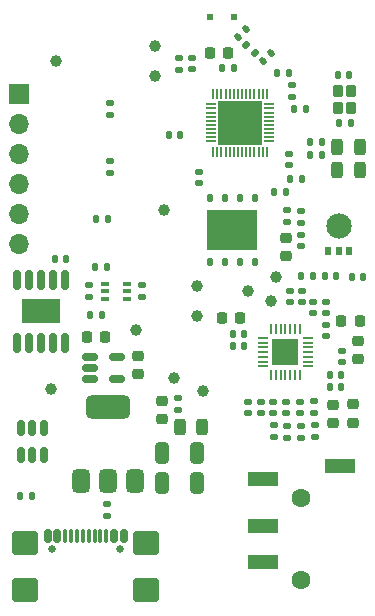
<source format=gts>
%TF.GenerationSoftware,KiCad,Pcbnew,9.0.0*%
%TF.CreationDate,2025-02-25T22:38:48+02:00*%
%TF.ProjectId,bluetooth-audio,626c7565-746f-46f7-9468-2d617564696f,rev?*%
%TF.SameCoordinates,Original*%
%TF.FileFunction,Soldermask,Top*%
%TF.FilePolarity,Negative*%
%FSLAX45Y45*%
G04 Gerber Fmt 4.5, Leading zero omitted, Abs format (unit mm)*
G04 Created by KiCad (PCBNEW 9.0.0) date 2025-02-25 22:38:48*
%MOMM*%
%LPD*%
G01*
G04 APERTURE LIST*
G04 Aperture macros list*
%AMRoundRect*
0 Rectangle with rounded corners*
0 $1 Rounding radius*
0 $2 $3 $4 $5 $6 $7 $8 $9 X,Y pos of 4 corners*
0 Add a 4 corners polygon primitive as box body*
4,1,4,$2,$3,$4,$5,$6,$7,$8,$9,$2,$3,0*
0 Add four circle primitives for the rounded corners*
1,1,$1+$1,$2,$3*
1,1,$1+$1,$4,$5*
1,1,$1+$1,$6,$7*
1,1,$1+$1,$8,$9*
0 Add four rect primitives between the rounded corners*
20,1,$1+$1,$2,$3,$4,$5,0*
20,1,$1+$1,$4,$5,$6,$7,0*
20,1,$1+$1,$6,$7,$8,$9,0*
20,1,$1+$1,$8,$9,$2,$3,0*%
G04 Aperture macros list end*
%ADD10RoundRect,0.225000X-0.250000X0.225000X-0.250000X-0.225000X0.250000X-0.225000X0.250000X0.225000X0*%
%ADD11RoundRect,0.140000X0.170000X-0.140000X0.170000X0.140000X-0.170000X0.140000X-0.170000X-0.140000X0*%
%ADD12RoundRect,0.135000X-0.185000X0.135000X-0.185000X-0.135000X0.185000X-0.135000X0.185000X0.135000X0*%
%ADD13RoundRect,0.135000X0.185000X-0.135000X0.185000X0.135000X-0.185000X0.135000X-0.185000X-0.135000X0*%
%ADD14RoundRect,0.135000X-0.135000X-0.185000X0.135000X-0.185000X0.135000X0.185000X-0.135000X0.185000X0*%
%ADD15C,1.600000*%
%ADD16R,2.500000X1.200000*%
%ADD17C,1.000000*%
%ADD18RoundRect,0.140000X0.021213X-0.219203X0.219203X-0.021213X-0.021213X0.219203X-0.219203X0.021213X0*%
%ADD19RoundRect,0.140000X0.140000X0.170000X-0.140000X0.170000X-0.140000X-0.170000X0.140000X-0.170000X0*%
%ADD20RoundRect,0.375000X0.375000X-0.625000X0.375000X0.625000X-0.375000X0.625000X-0.375000X-0.625000X0*%
%ADD21RoundRect,0.500000X1.400000X-0.500000X1.400000X0.500000X-1.400000X0.500000X-1.400000X-0.500000X0*%
%ADD22RoundRect,0.140000X-0.140000X-0.170000X0.140000X-0.170000X0.140000X0.170000X-0.140000X0.170000X0*%
%ADD23RoundRect,0.243750X0.243750X0.456250X-0.243750X0.456250X-0.243750X-0.456250X0.243750X-0.456250X0*%
%ADD24RoundRect,0.135000X0.135000X0.185000X-0.135000X0.185000X-0.135000X-0.185000X0.135000X-0.185000X0*%
%ADD25RoundRect,0.140000X-0.170000X0.140000X-0.170000X-0.140000X0.170000X-0.140000X0.170000X0.140000X0*%
%ADD26RoundRect,0.050000X-0.362500X-0.050000X0.362500X-0.050000X0.362500X0.050000X-0.362500X0.050000X0*%
%ADD27RoundRect,0.050000X-0.050000X-0.362500X0.050000X-0.362500X0.050000X0.362500X-0.050000X0.362500X0*%
%ADD28R,2.300000X2.300000*%
%ADD29RoundRect,0.250000X-0.325000X-0.650000X0.325000X-0.650000X0.325000X0.650000X-0.325000X0.650000X0*%
%ADD30RoundRect,0.225000X0.225000X0.250000X-0.225000X0.250000X-0.225000X-0.250000X0.225000X-0.250000X0*%
%ADD31RoundRect,0.050000X-0.050000X0.350000X-0.050000X-0.350000X0.050000X-0.350000X0.050000X0.350000X0*%
%ADD32RoundRect,0.050000X-0.350000X0.050000X-0.350000X-0.050000X0.350000X-0.050000X0.350000X0.050000X0*%
%ADD33R,3.700000X3.700000*%
%ADD34RoundRect,0.225000X-0.225000X-0.250000X0.225000X-0.250000X0.225000X0.250000X-0.225000X0.250000X0*%
%ADD35RoundRect,0.100000X0.225000X0.100000X-0.225000X0.100000X-0.225000X-0.100000X0.225000X-0.100000X0*%
%ADD36RoundRect,0.150000X0.150000X-0.687500X0.150000X0.687500X-0.150000X0.687500X-0.150000X-0.687500X0*%
%ADD37R,3.300000X2.100000*%
%ADD38RoundRect,0.053000X-0.212000X-0.312000X0.212000X-0.312000X0.212000X0.312000X-0.212000X0.312000X0*%
%ADD39C,2.140000*%
%ADD40RoundRect,0.147500X-0.226274X-0.017678X-0.017678X-0.226274X0.226274X0.017678X0.017678X0.226274X0*%
%ADD41RoundRect,0.102000X-0.323000X0.373000X-0.323000X-0.373000X0.323000X-0.373000X0.323000X0.373000X0*%
%ADD42RoundRect,0.125000X0.125000X-0.250000X0.125000X0.250000X-0.125000X0.250000X-0.125000X-0.250000X0*%
%ADD43R,4.300000X3.400000*%
%ADD44RoundRect,0.150000X-0.512500X-0.150000X0.512500X-0.150000X0.512500X0.150000X-0.512500X0.150000X0*%
%ADD45C,0.650000*%
%ADD46RoundRect,0.150000X-0.150000X-0.425000X0.150000X-0.425000X0.150000X0.425000X-0.150000X0.425000X0*%
%ADD47RoundRect,0.075000X-0.075000X-0.500000X0.075000X-0.500000X0.075000X0.500000X-0.075000X0.500000X0*%
%ADD48RoundRect,0.250000X-0.840000X-0.750000X0.840000X-0.750000X0.840000X0.750000X-0.840000X0.750000X0*%
%ADD49R,0.500000X0.500000*%
%ADD50RoundRect,0.150000X-0.150000X0.512500X-0.150000X-0.512500X0.150000X-0.512500X0.150000X0.512500X0*%
%ADD51R,1.700000X1.700000*%
%ADD52O,1.700000X1.700000*%
G04 APERTURE END LIST*
D10*
%TO.C,C44*%
X17031000Y-9166500D03*
X17031000Y-9321500D03*
%TD*%
D11*
%TO.C,C6*%
X16300000Y-8704000D03*
X16300000Y-8608000D03*
%TD*%
D12*
%TO.C,R5*%
X15514000Y-11424000D03*
X15514000Y-11526000D03*
%TD*%
D13*
%TO.C,R11*%
X16127000Y-7748000D03*
X16127000Y-7646000D03*
%TD*%
D14*
%TO.C,R4*%
X14777370Y-11353500D03*
X14879370Y-11353500D03*
%TD*%
%TO.C,R2*%
X15417620Y-9416875D03*
X15519620Y-9416875D03*
%TD*%
D11*
%TO.C,C22*%
X17368225Y-9805224D03*
X17368225Y-9709224D03*
%TD*%
D15*
%TO.C,J1*%
X17164224Y-12070224D03*
X17164224Y-11370224D03*
D16*
X16839224Y-11610224D03*
X16839224Y-11910224D03*
X17489224Y-11100224D03*
X16839224Y-11210224D03*
%TD*%
D17*
%TO.C,TP1*%
X15926000Y-7802000D03*
X15926000Y-7548000D03*
%TD*%
D10*
%TO.C,C17*%
X17599224Y-10578724D03*
X17599224Y-10733724D03*
%TD*%
D17*
%TO.C,TP14*%
X16910000Y-9708000D03*
%TD*%
D18*
%TO.C,C37*%
X16838059Y-7674941D03*
X16905941Y-7607059D03*
%TD*%
D19*
%TO.C,C33*%
X16137620Y-8299875D03*
X16041620Y-8299875D03*
%TD*%
D20*
%TO.C,U7*%
X15297370Y-11229875D03*
X15527370Y-11229875D03*
D21*
X15527370Y-10599875D03*
D20*
X15757370Y-11229875D03*
%TD*%
D12*
%TO.C,R7*%
X17044224Y-10758224D03*
X17044224Y-10860224D03*
%TD*%
D22*
%TO.C,C40*%
X17590000Y-9500000D03*
X17686000Y-9500000D03*
%TD*%
D23*
%TO.C,D3*%
X17656750Y-8599000D03*
X17469250Y-8599000D03*
%TD*%
D24*
%TO.C,R13*%
X17205367Y-8078620D03*
X17103367Y-8078620D03*
%TD*%
D25*
%TO.C,C28*%
X16820224Y-10555224D03*
X16820224Y-10651224D03*
%TD*%
D11*
%TO.C,C43*%
X17161000Y-9237000D03*
X17161000Y-9141000D03*
%TD*%
D22*
%TO.C,C10*%
X16959288Y-7770322D03*
X17055288Y-7770322D03*
%TD*%
D12*
%TO.C,R21*%
X17161000Y-8939000D03*
X17161000Y-9041000D03*
%TD*%
D17*
%TO.C,TP8*%
X16945000Y-9499000D03*
%TD*%
D22*
%TO.C,C19*%
X15074620Y-9344875D03*
X15170620Y-9344875D03*
%TD*%
D17*
%TO.C,TP15*%
X16712000Y-9620000D03*
%TD*%
D19*
%TO.C,C39*%
X17460000Y-9490000D03*
X17364000Y-9490000D03*
%TD*%
D10*
%TO.C,C29*%
X17647000Y-10042500D03*
X17647000Y-10197500D03*
%TD*%
D26*
%TO.C,U4*%
X16835250Y-10017000D03*
X16835250Y-10057000D03*
X16835250Y-10097000D03*
X16835250Y-10137000D03*
X16835250Y-10177000D03*
X16835250Y-10217000D03*
X16835250Y-10257000D03*
D27*
X16909000Y-10330750D03*
X16949000Y-10330750D03*
X16989000Y-10330750D03*
X17029000Y-10330750D03*
X17069000Y-10330750D03*
X17109000Y-10330750D03*
X17149000Y-10330750D03*
D26*
X17222750Y-10257000D03*
X17222750Y-10217000D03*
X17222750Y-10177000D03*
X17222750Y-10137000D03*
X17222750Y-10097000D03*
X17222750Y-10057000D03*
X17222750Y-10017000D03*
D27*
X17149000Y-9943250D03*
X17109000Y-9943250D03*
X17069000Y-9943250D03*
X17029000Y-9943250D03*
X16989000Y-9943250D03*
X16949000Y-9943250D03*
X16909000Y-9943250D03*
D28*
X17029000Y-10137000D03*
%TD*%
D13*
%TO.C,R26*%
X15543000Y-8132000D03*
X15543000Y-8030000D03*
%TD*%
D19*
%TO.C,C7*%
X16589143Y-7735254D03*
X16493143Y-7735254D03*
%TD*%
D18*
%TO.C,C38*%
X16626000Y-7465000D03*
X16693882Y-7397118D03*
%TD*%
D11*
%TO.C,C9*%
X17084000Y-7974000D03*
X17084000Y-7878000D03*
%TD*%
D14*
%TO.C,R20*%
X17068000Y-8668000D03*
X17170000Y-8668000D03*
%TD*%
D19*
%TO.C,C13*%
X16677000Y-9986000D03*
X16581000Y-9986000D03*
%TD*%
D25*
%TO.C,C27*%
X16712224Y-10555224D03*
X16712224Y-10651224D03*
%TD*%
D24*
%TO.C,R22*%
X17263000Y-9494000D03*
X17161000Y-9494000D03*
%TD*%
D25*
%TO.C,C30*%
X17508000Y-10128000D03*
X17508000Y-10224000D03*
%TD*%
D10*
%TO.C,C4*%
X15979370Y-10549000D03*
X15979370Y-10704000D03*
%TD*%
D29*
%TO.C,C1*%
X15984250Y-11248125D03*
X16279250Y-11248125D03*
%TD*%
D12*
%TO.C,R25*%
X15544522Y-8515267D03*
X15544522Y-8617267D03*
%TD*%
D30*
%TO.C,C14*%
X16642500Y-9850875D03*
X16487500Y-9850875D03*
%TD*%
D31*
%TO.C,U1*%
X16871500Y-7951000D03*
X16836500Y-7951000D03*
X16801500Y-7951000D03*
X16766500Y-7951000D03*
X16731500Y-7951000D03*
X16696500Y-7951000D03*
X16661500Y-7951000D03*
X16626500Y-7951000D03*
X16591500Y-7951000D03*
X16556500Y-7951000D03*
X16521500Y-7951000D03*
X16486500Y-7951000D03*
X16451500Y-7951000D03*
X16416500Y-7951000D03*
D32*
X16399000Y-8038500D03*
X16399000Y-8073500D03*
X16399000Y-8108500D03*
X16399000Y-8143500D03*
X16399000Y-8178500D03*
X16399000Y-8213500D03*
X16399000Y-8248500D03*
X16399000Y-8283500D03*
X16399000Y-8318500D03*
X16399000Y-8353500D03*
D31*
X16416500Y-8441000D03*
X16451500Y-8441000D03*
X16486500Y-8441000D03*
X16521500Y-8441000D03*
X16556500Y-8441000D03*
X16591500Y-8441000D03*
X16626500Y-8441000D03*
X16661500Y-8441000D03*
X16696500Y-8441000D03*
X16731500Y-8441000D03*
X16766500Y-8441000D03*
X16801500Y-8441000D03*
X16836500Y-8441000D03*
X16871500Y-8441000D03*
D32*
X16889000Y-8353500D03*
X16889000Y-8318500D03*
X16889000Y-8283500D03*
X16889000Y-8248500D03*
X16889000Y-8213500D03*
X16889000Y-8178500D03*
X16889000Y-8143500D03*
X16889000Y-8108500D03*
X16889000Y-8073500D03*
X16889000Y-8038500D03*
D33*
X16644000Y-8196000D03*
%TD*%
D17*
%TO.C,TP3*%
X16279000Y-9580000D03*
X16279000Y-9834000D03*
%TD*%
D12*
%TO.C,R10*%
X17157224Y-10764224D03*
X17157224Y-10866224D03*
%TD*%
D17*
%TO.C,TP12*%
X16327000Y-10464000D03*
%TD*%
D34*
%TO.C,C2*%
X15348870Y-10011750D03*
X15503870Y-10011750D03*
%TD*%
D25*
%TO.C,C42*%
X17165000Y-9620000D03*
X17165000Y-9716000D03*
%TD*%
D22*
%TO.C,C16*%
X17403224Y-10328224D03*
X17499224Y-10328224D03*
%TD*%
D35*
%TO.C,Q1*%
X15689620Y-9687875D03*
X15689620Y-9622875D03*
X15689620Y-9557875D03*
X15499620Y-9557875D03*
X15499620Y-9622875D03*
X15499620Y-9687875D03*
%TD*%
D11*
%TO.C,C21*%
X17263224Y-9805224D03*
X17263224Y-9709224D03*
%TD*%
D36*
%TO.C,U2*%
X14760000Y-10055875D03*
X14860000Y-10055875D03*
X14960000Y-10055875D03*
X15060000Y-10055875D03*
X15160000Y-10055875D03*
X15160000Y-9528375D03*
X15060000Y-9528375D03*
X14960000Y-9528375D03*
X14860000Y-9528375D03*
X14760000Y-9528375D03*
D37*
X14960000Y-9792125D03*
%TD*%
D12*
%TO.C,R9*%
X17275224Y-10751224D03*
X17275224Y-10853224D03*
%TD*%
D38*
%TO.C,MK1*%
X17391000Y-9281000D03*
X17479000Y-9281000D03*
X17567000Y-9281000D03*
D39*
X17479000Y-9072000D03*
%TD*%
D23*
%TO.C,D1*%
X17656750Y-8396000D03*
X17469250Y-8396000D03*
%TD*%
D11*
%TO.C,C24*%
X17273224Y-10649224D03*
X17273224Y-10553224D03*
%TD*%
D17*
%TO.C,TP2*%
X16082000Y-10355000D03*
%TD*%
D29*
%TO.C,C3*%
X15986250Y-10986875D03*
X16281250Y-10986875D03*
%TD*%
D40*
%TO.C,L1*%
X16698705Y-7532705D03*
X16767295Y-7601295D03*
%TD*%
D19*
%TO.C,C36*%
X17582000Y-8200000D03*
X17486000Y-8200000D03*
%TD*%
D11*
%TO.C,C34*%
X16238723Y-7743586D03*
X16238723Y-7647586D03*
%TD*%
D25*
%TO.C,C11*%
X17060000Y-8460000D03*
X17060000Y-8556000D03*
%TD*%
D14*
%TO.C,R19*%
X16934000Y-8781000D03*
X17036000Y-8781000D03*
%TD*%
D25*
%TO.C,C41*%
X17065000Y-9620000D03*
X17065000Y-9716000D03*
%TD*%
D10*
%TO.C,C15*%
X17435224Y-10581225D03*
X17435224Y-10736225D03*
%TD*%
D13*
%TO.C,R14*%
X15815620Y-9671875D03*
X15815620Y-9569875D03*
%TD*%
D19*
%TO.C,C12*%
X16677000Y-10086000D03*
X16581000Y-10086000D03*
%TD*%
D41*
%TO.C,Y1*%
X17469843Y-7923798D03*
X17469843Y-8068798D03*
X17584843Y-8068798D03*
X17584843Y-7923798D03*
%TD*%
D17*
%TO.C,TP11*%
X15088000Y-7669000D03*
%TD*%
D42*
%TO.C,U6*%
X16387250Y-9375250D03*
X16514250Y-9375250D03*
X16641250Y-9375250D03*
X16768250Y-9375250D03*
X16768250Y-8835250D03*
X16641250Y-8835250D03*
X16514250Y-8835250D03*
X16387250Y-8835250D03*
D43*
X16577750Y-9105250D03*
%TD*%
D17*
%TO.C,TP10*%
X15045000Y-10446000D03*
%TD*%
D30*
%TO.C,C8*%
X16545500Y-7601000D03*
X16390500Y-7601000D03*
%TD*%
D11*
%TO.C,C23*%
X17035224Y-10654224D03*
X17035224Y-10558224D03*
%TD*%
D23*
%TO.C,D2*%
X16321750Y-10769000D03*
X16134250Y-10769000D03*
%TD*%
D44*
%TO.C,U3*%
X15371620Y-10177500D03*
X15371620Y-10272500D03*
X15371620Y-10367500D03*
X15599120Y-10367500D03*
X15599120Y-10177500D03*
%TD*%
D12*
%TO.C,R6*%
X16122370Y-10521500D03*
X16122370Y-10623500D03*
%TD*%
D14*
%TO.C,R18*%
X17236000Y-8468000D03*
X17338000Y-8468000D03*
%TD*%
D17*
%TO.C,TP13*%
X15767000Y-9949000D03*
%TD*%
D45*
%TO.C,J2*%
X15048750Y-11803625D03*
X15626750Y-11803625D03*
D46*
X15017750Y-11696125D03*
X15097750Y-11696125D03*
D47*
X15212750Y-11696125D03*
X15312750Y-11696125D03*
X15362750Y-11696125D03*
X15462750Y-11696125D03*
D46*
X15577750Y-11696125D03*
X15657750Y-11696125D03*
X15657750Y-11696125D03*
X15577750Y-11696125D03*
D47*
X15512750Y-11696125D03*
X15412750Y-11696125D03*
X15262750Y-11696125D03*
X15162750Y-11696125D03*
D46*
X15097750Y-11696125D03*
X15017750Y-11696125D03*
D48*
X14826750Y-11753625D03*
X14826750Y-12146625D03*
X15848750Y-11753625D03*
X15848750Y-12146625D03*
%TD*%
D22*
%TO.C,C18*%
X17404225Y-10429225D03*
X17500225Y-10429225D03*
%TD*%
%TO.C,C35*%
X17474394Y-7791944D03*
X17570394Y-7791944D03*
%TD*%
D49*
%TO.C,ANT1*%
X16597000Y-7301250D03*
X16387000Y-7300250D03*
%TD*%
D17*
%TO.C,TP4*%
X16000000Y-8935000D03*
%TD*%
D24*
%TO.C,R24*%
X15528000Y-9012000D03*
X15426000Y-9012000D03*
%TD*%
D50*
%TO.C,U5*%
X14980750Y-10782125D03*
X14885750Y-10782125D03*
X14790750Y-10782125D03*
X14790750Y-11009625D03*
X14885750Y-11009625D03*
X14980750Y-11009625D03*
%TD*%
D14*
%TO.C,R12*%
X17240000Y-8354000D03*
X17342000Y-8354000D03*
%TD*%
%TO.C,R1*%
X15374620Y-9824875D03*
X15476620Y-9824875D03*
%TD*%
D34*
%TO.C,C31*%
X17502724Y-9877224D03*
X17657724Y-9877224D03*
%TD*%
D12*
%TO.C,R8*%
X16931224Y-10755474D03*
X16931224Y-10857474D03*
%TD*%
D11*
%TO.C,C25*%
X16926224Y-10653224D03*
X16926224Y-10557224D03*
%TD*%
D25*
%TO.C,C32*%
X17369844Y-9906099D03*
X17369844Y-10002099D03*
%TD*%
D10*
%TO.C,C5*%
X15778620Y-10171000D03*
X15778620Y-10326000D03*
%TD*%
D13*
%TO.C,R23*%
X17045000Y-9039000D03*
X17045000Y-8937000D03*
%TD*%
D12*
%TO.C,R3*%
X15366620Y-9570875D03*
X15366620Y-9672875D03*
%TD*%
D11*
%TO.C,C26*%
X17150224Y-10652224D03*
X17150224Y-10556224D03*
%TD*%
D51*
%TO.C,J3*%
X14772620Y-7947875D03*
D52*
X14772620Y-8201875D03*
X14772620Y-8455875D03*
X14772620Y-8709875D03*
X14772620Y-8963875D03*
X14772620Y-9217875D03*
%TD*%
M02*

</source>
